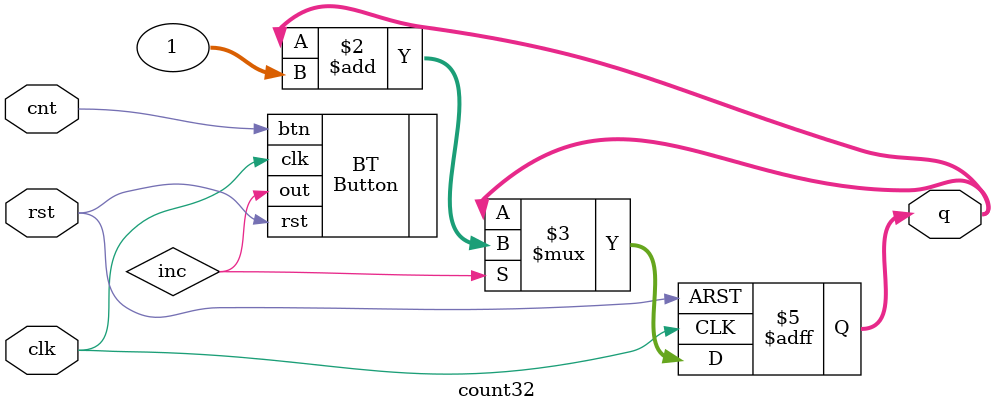
<source format=v>
`timescale 1ns / 1ps
module count32(clk, rst, cnt, q);
	input clk, rst, cnt;
	output [31:0] q;
	reg [31:0] q;
	wire inc;
	wire [9:0] out;
	
	Button BT (.clk(clk),
					.rst(rst),
					.btn(cnt),
					.out(inc));
	
	always @(posedge clk, posedge rst)
		if (rst) q <= 32'b0; else
		if (inc) q <= q + 32'b1;

endmodule

</source>
